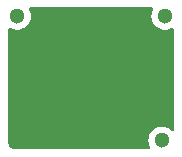
<source format=gbr>
%TF.GenerationSoftware,KiCad,Pcbnew,8.0.6*%
%TF.CreationDate,2024-11-26T02:45:54-05:00*%
%TF.ProjectId,final_imu_module,66696e61-6c5f-4696-9d75-5f6d6f64756c,rev?*%
%TF.SameCoordinates,Original*%
%TF.FileFunction,Copper,L2,Bot*%
%TF.FilePolarity,Positive*%
%FSLAX46Y46*%
G04 Gerber Fmt 4.6, Leading zero omitted, Abs format (unit mm)*
G04 Created by KiCad (PCBNEW 8.0.6) date 2024-11-26 02:45:54*
%MOMM*%
%LPD*%
G01*
G04 APERTURE LIST*
%TA.AperFunction,WasherPad*%
%ADD10C,1.300000*%
%TD*%
%TA.AperFunction,ViaPad*%
%ADD11C,0.700000*%
%TD*%
G04 APERTURE END LIST*
D10*
%TO.P,REF\u002A\u002A,*%
%TO.N,*%
X114750000Y-90250000D03*
%TD*%
%TO.P,REF\u002A\u002A,*%
%TO.N,*%
X102250000Y-90250000D03*
%TD*%
%TO.P,REF\u002A\u002A,*%
%TO.N,*%
X114500000Y-100750000D03*
%TD*%
D11*
%TO.N,GND*%
X111469402Y-98460000D03*
X113300000Y-92043672D03*
X114000000Y-95000000D03*
X108500000Y-97250000D03*
X107500000Y-99750000D03*
X107500000Y-90250000D03*
X114000000Y-94250000D03*
X114000000Y-97550000D03*
%TD*%
%TA.AperFunction,Conductor*%
%TO.N,GND*%
G36*
X113704738Y-89520185D02*
G01*
X113750493Y-89572989D01*
X113760437Y-89642147D01*
X113748699Y-89679771D01*
X113672596Y-89832605D01*
X113672596Y-89832607D01*
X113614244Y-90037689D01*
X113594571Y-90249999D01*
X113594571Y-90250000D01*
X113614244Y-90462310D01*
X113672596Y-90667392D01*
X113672596Y-90667394D01*
X113767632Y-90858253D01*
X113767634Y-90858255D01*
X113896128Y-91028407D01*
X114053698Y-91172052D01*
X114234981Y-91284298D01*
X114433802Y-91361321D01*
X114643390Y-91400500D01*
X114643392Y-91400500D01*
X114856608Y-91400500D01*
X114856610Y-91400500D01*
X115066198Y-91361321D01*
X115265019Y-91284298D01*
X115310223Y-91256308D01*
X115377583Y-91237753D01*
X115444282Y-91258561D01*
X115489144Y-91312127D01*
X115499500Y-91361736D01*
X115499500Y-99823516D01*
X115479815Y-99890555D01*
X115427011Y-99936310D01*
X115357853Y-99946254D01*
X115294297Y-99917229D01*
X115291962Y-99915153D01*
X115196303Y-99827949D01*
X115196302Y-99827948D01*
X115015019Y-99715702D01*
X115015017Y-99715701D01*
X114915608Y-99677190D01*
X114816198Y-99638679D01*
X114606610Y-99599500D01*
X114393390Y-99599500D01*
X114183802Y-99638679D01*
X114183799Y-99638679D01*
X114183799Y-99638680D01*
X113984982Y-99715701D01*
X113984980Y-99715702D01*
X113803699Y-99827947D01*
X113646127Y-99971593D01*
X113517632Y-100141746D01*
X113422596Y-100332605D01*
X113422596Y-100332607D01*
X113364244Y-100537689D01*
X113344571Y-100749999D01*
X113344571Y-100750000D01*
X113364244Y-100962310D01*
X113422596Y-101167392D01*
X113422596Y-101167394D01*
X113498699Y-101320229D01*
X113510960Y-101389014D01*
X113484087Y-101453509D01*
X113426611Y-101493237D01*
X113387699Y-101499500D01*
X102006962Y-101499500D01*
X101993078Y-101498720D01*
X101980553Y-101497308D01*
X101902735Y-101488540D01*
X101875666Y-101482362D01*
X101796462Y-101454648D01*
X101771444Y-101442600D01*
X101700395Y-101397957D01*
X101678686Y-101380644D01*
X101619355Y-101321313D01*
X101602042Y-101299604D01*
X101557399Y-101228555D01*
X101545351Y-101203537D01*
X101532704Y-101167394D01*
X101517636Y-101124331D01*
X101511459Y-101097263D01*
X101501280Y-101006922D01*
X101500500Y-100993038D01*
X101500500Y-91361736D01*
X101520185Y-91294697D01*
X101572989Y-91248942D01*
X101642147Y-91238998D01*
X101689776Y-91256308D01*
X101734981Y-91284298D01*
X101933802Y-91361321D01*
X102143390Y-91400500D01*
X102143392Y-91400500D01*
X102356608Y-91400500D01*
X102356610Y-91400500D01*
X102566198Y-91361321D01*
X102765019Y-91284298D01*
X102946302Y-91172052D01*
X103103872Y-91028407D01*
X103232366Y-90858255D01*
X103327405Y-90667389D01*
X103385756Y-90462310D01*
X103405429Y-90250000D01*
X103385756Y-90037690D01*
X103327405Y-89832611D01*
X103327403Y-89832606D01*
X103327403Y-89832605D01*
X103251301Y-89679771D01*
X103239040Y-89610986D01*
X103265913Y-89546491D01*
X103323389Y-89506763D01*
X103362301Y-89500500D01*
X113637699Y-89500500D01*
X113704738Y-89520185D01*
G37*
%TD.AperFunction*%
%TD*%
M02*

</source>
